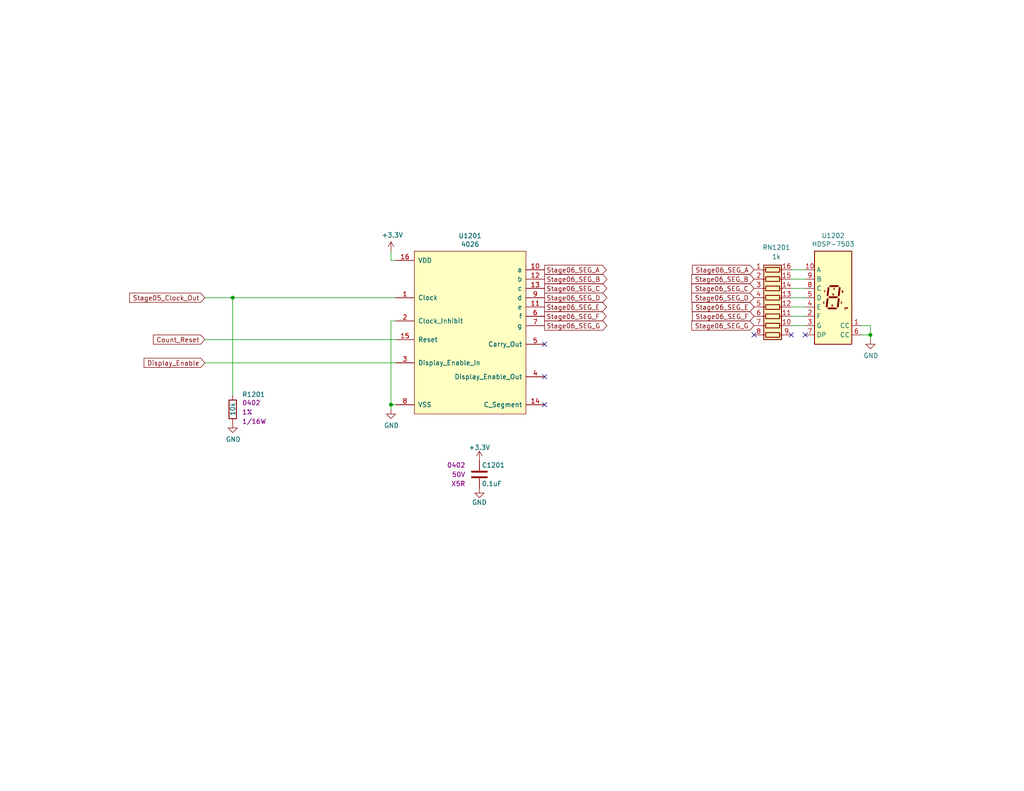
<source format=kicad_sch>
(kicad_sch (version 20231120) (generator "eeschema") (generator_version "8.0")
  (paper "A")
  (title_block (title "Stopwatch") (date "2024-04-28") (rev "B") (company "Drew Maatman"))
  (lib_symbols
    (symbol "Custom_Library:4026" (pin_names (offset 1.016))
      (property "Reference" "U" (at 30.48 -43.18 0))
      (property "Value" "4026" (at 20.32 3.81 0))
      (symbol "4026_0_1"
        (rectangle (start 5.08 2.54) (end 35.56 -41.91) (fill (type background)))
      )
      (symbol "4026_1_1"
        (pin input line (at 0 -10.16 0) (length 5.08) (name "Clock") (number "1"))
        (pin output line (at 40.64 -2.54 180) (length 5.08) (name "a") (number "10"))
        (pin output line (at 40.64 -12.7 180) (length 5.08) (name "e") (number "11"))
        (pin output line (at 40.64 -5.08 180) (length 5.08) (name "b") (number "12"))
        (pin output line (at 40.64 -7.62 180) (length 5.08) (name "c") (number "13"))
        (pin output line (at 40.64 -39.37 180) (length 5.08) (name "C_Segment") (number "14"))
        (pin input line (at 0 -21.59 0) (length 5.08) (name "Reset") (number "15"))
        (pin power_in line (at 0 0 0) (length 5.08) (name "VDD") (number "16"))
        (pin input line (at 0 -16.51 0) (length 5.08) (name "Clock_Inhibit") (number "2"))
        (pin input line (at 0 -27.94 0) (length 5.08) (name "Display_Enable_In") (number "3"))
        (pin output line (at 40.64 -31.75 180) (length 5.08) (name "Display_Enable_Out") (number "4"))
        (pin output line (at 40.64 -22.86 180) (length 5.08) (name "Carry_Out") (number "5"))
        (pin output line (at 40.64 -15.24 180) (length 5.08) (name "f") (number "6"))
        (pin output line (at 40.64 -17.78 180) (length 5.08) (name "g") (number "7"))
        (pin power_in line (at 0 -39.37 0) (length 5.08) (name "VSS") (number "8"))
        (pin output line (at 40.64 -10.16 180) (length 5.08) (name "d") (number "9"))
      )
    )
    (symbol "Custom_Library:C_Custom" (pin_numbers hide) (pin_names (offset 0.254))
      (property "Reference" "C" (at 0.635 2.54 0))
      (property "Value" "C_Custom" (at 0.635 -2.54 0))
      (property "display_footprint" "Foot" (at -3.81 2.54 0))
      (property "Voltage" "V" (at -3.81 0 0))
      (property "Dielectric" "Er" (at -3.81 -2.54 0))
      (symbol "C_Custom_0_1"
        (polyline (pts (xy -2.032 -0.762) (xy 2.032 -0.762)) (stroke (width 0.508)))
        (polyline (pts (xy -2.032 0.762) (xy 2.032 0.762)) (stroke (width 0.508)))
      )
      (symbol "C_Custom_1_1"
        (pin passive line (at 0 3.81 270) (length 2.794) (name "~") (number "1"))
        (pin passive line (at 0 -3.81 90) (length 2.794) (name "~") (number "2"))
      )
    )
    (symbol "Custom_Library:R_Custom" (pin_numbers hide) (pin_names (offset 1.016) hide)
      (property "Reference" "R" (at -2.54 0 90))
      (property "Value" "R_Custom" (at 0 0 90))
      (property "display_footprint" "Foot" (at 2.54 0 90))
      (property "Tolerance" "Tol" (at 5.08 0 90))
      (property "Wattage" "W" (at 7.62 0 90))
      (symbol "R_Custom_0_1"
        (rectangle (start 1.016 2.54) (end -1.016 -2.54) (stroke (width 0.254)))
      )
      (symbol "R_Custom_1_1"
        (pin passive line (at 0 3.81 270) (length 1.27) (name "1") (number "1"))
        (pin passive line (at 0 -3.81 90) (length 1.27) (name "2") (number "2"))
      )
    )
    (symbol "Device:R_Pack08" (pin_names (offset 0) hide)
      (property "Reference" "RN" (at -12.7 0 90))
      (property "Value" "R_Pack08" (at 10.16 0 90))
      (symbol "R_Pack08_0_1"
        (rectangle (start -11.43 -2.413) (end 8.89 2.413) (stroke (width 0.254)) (fill (type background)))
        (rectangle (start -10.795 1.905) (end -9.525 -1.905) (stroke (width 0.254)))
        (rectangle (start -8.255 1.905) (end -6.985 -1.905) (stroke (width 0.254)))
        (rectangle (start -5.715 1.905) (end -4.445 -1.905) (stroke (width 0.254)))
        (rectangle (start -3.175 1.905) (end -1.905 -1.905) (stroke (width 0.254)))
        (rectangle (start -0.635 1.905) (end 0.635 -1.905) (stroke (width 0.254)))
        (polyline (pts (xy -10.16 -2.54) (xy -10.16 -1.905)))
        (polyline (pts (xy -10.16 1.905) (xy -10.16 2.54)))
        (polyline (pts (xy -7.62 -2.54) (xy -7.62 -1.905)))
        (polyline (pts (xy -7.62 1.905) (xy -7.62 2.54)))
        (polyline (pts (xy -5.08 -2.54) (xy -5.08 -1.905)))
        (polyline (pts (xy -5.08 1.905) (xy -5.08 2.54)))
        (polyline (pts (xy -2.54 -2.54) (xy -2.54 -1.905)))
        (polyline (pts (xy -2.54 1.905) (xy -2.54 2.54)))
        (polyline (pts (xy 0 -2.54) (xy 0 -1.905)))
        (polyline (pts (xy 0 1.905) (xy 0 2.54)))
        (polyline (pts (xy 2.54 -2.54) (xy 2.54 -1.905)))
        (polyline (pts (xy 2.54 1.905) (xy 2.54 2.54)))
        (polyline (pts (xy 5.08 -2.54) (xy 5.08 -1.905)))
        (polyline (pts (xy 5.08 1.905) (xy 5.08 2.54)))
        (polyline (pts (xy 7.62 -2.54) (xy 7.62 -1.905)))
        (polyline (pts (xy 7.62 1.905) (xy 7.62 2.54)))
        (rectangle (start 1.905 1.905) (end 3.175 -1.905) (stroke (width 0.254)))
        (rectangle (start 4.445 1.905) (end 5.715 -1.905) (stroke (width 0.254)))
        (rectangle (start 6.985 1.905) (end 8.255 -1.905) (stroke (width 0.254)))
      )
      (symbol "R_Pack08_1_1"
        (pin passive line (at -10.16 -5.08 90) (length 2.54) (name "R1.1") (number "1"))
        (pin passive line (at 5.08 5.08 270) (length 2.54) (name "R7.2") (number "10"))
        (pin passive line (at 2.54 5.08 270) (length 2.54) (name "R6.2") (number "11"))
        (pin passive line (at 0 5.08 270) (length 2.54) (name "R5.2") (number "12"))
        (pin passive line (at -2.54 5.08 270) (length 2.54) (name "R4.2") (number "13"))
        (pin passive line (at -5.08 5.08 270) (length 2.54) (name "R3.2") (number "14"))
        (pin passive line (at -7.62 5.08 270) (length 2.54) (name "R2.2") (number "15"))
        (pin passive line (at -10.16 5.08 270) (length 2.54) (name "R1.2") (number "16"))
        (pin passive line (at -7.62 -5.08 90) (length 2.54) (name "R2.1") (number "2"))
        (pin passive line (at -5.08 -5.08 90) (length 2.54) (name "R3.1") (number "3"))
        (pin passive line (at -2.54 -5.08 90) (length 2.54) (name "R4.1") (number "4"))
        (pin passive line (at 0 -5.08 90) (length 2.54) (name "R5.1") (number "5"))
        (pin passive line (at 2.54 -5.08 90) (length 2.54) (name "R6.1") (number "6"))
        (pin passive line (at 5.08 -5.08 90) (length 2.54) (name "R7.1") (number "7"))
        (pin passive line (at 7.62 -5.08 90) (length 2.54) (name "R8.1") (number "8"))
        (pin passive line (at 7.62 5.08 270) (length 2.54) (name "R8.2") (number "9"))
      )
    )
    (symbol "Display_Character:HDSP-7503"
      (property "Reference" "U" (at -3.81 13.97 0))
      (property "Value" "HDSP-7503" (at 6.35 13.97 0))
      (symbol "HDSP-7503_1_0"
        (text "A" (at 0.254 2.413 0) (effects (font (size 0.508 0.508))))
        (text "B" (at 2.54 1.651 0) (effects (font (size 0.508 0.508))))
        (text "C" (at 2.286 -1.397 0) (effects (font (size 0.508 0.508))))
        (text "D" (at -0.254 -2.159 0) (effects (font (size 0.508 0.508))))
        (text "DP" (at 3.556 -2.921 0) (effects (font (size 0.508 0.508))))
        (text "E" (at -2.54 -1.397 0) (effects (font (size 0.508 0.508))))
        (text "F" (at -2.286 1.651 0) (effects (font (size 0.508 0.508))))
        (text "G" (at 0 0.889 0) (effects (font (size 0.508 0.508))))
      )
      (symbol "HDSP-7503_1_1"
        (rectangle (start -5.08 12.7) (end 5.08 -12.7) (stroke (width 0.254)) (fill (type background)))
        (polyline (pts (xy -1.524 -0.381) (xy -1.778 -2.413)) (stroke (width 0.508)))
        (polyline (pts (xy -1.27 -2.921) (xy 0.762 -2.921)) (stroke (width 0.508)))
        (polyline (pts (xy -1.27 2.667) (xy -1.524 0.635)) (stroke (width 0.508)))
        (polyline (pts (xy -1.016 0.127) (xy 1.016 0.127)) (stroke (width 0.508)))
        (polyline (pts (xy -0.762 3.175) (xy 1.27 3.175)) (stroke (width 0.508)))
        (polyline (pts (xy 1.524 -0.381) (xy 1.27 -2.413)) (stroke (width 0.508)))
        (polyline (pts (xy 1.778 2.667) (xy 1.524 0.635)) (stroke (width 0.508)))
        (polyline (pts (xy 2.54 -2.921) (xy 2.54 -2.921)) (stroke (width 0.508)))
        (pin input line (at 7.62 -7.62 180) (length 2.54) (name "CC") (number "1"))
        (pin input line (at -7.62 7.62 0) (length 2.54) (name "A") (number "10"))
        (pin input line (at -7.62 -5.08 0) (length 2.54) (name "F") (number "2"))
        (pin input line (at -7.62 -7.62 0) (length 2.54) (name "G") (number "3"))
        (pin input line (at -7.62 -2.54 0) (length 2.54) (name "E") (number "4"))
        (pin input line (at -7.62 0 0) (length 2.54) (name "D") (number "5"))
        (pin input line (at 7.62 -10.16 180) (length 2.54) (name "CC") (number "6"))
        (pin input line (at -7.62 -10.16 0) (length 2.54) (name "DP") (number "7"))
        (pin input line (at -7.62 2.54 0) (length 2.54) (name "C") (number "8"))
        (pin input line (at -7.62 5.08 0) (length 2.54) (name "B") (number "9"))
      )
    )
    (symbol "power:+3.3V" (power) (pin_names (offset 0))
      (property "Value" "+3.3V" (at 0 3.556 0))
      (symbol "+3.3V_0_1"
        (polyline (pts (xy -0.762 1.27) (xy 0 2.54)))
        (polyline (pts (xy 0 0) (xy 0 2.54)))
        (polyline (pts (xy 0 2.54) (xy 0.762 1.27)))
      )
      (symbol "+3.3V_1_1"
        (pin power_in line (at 0 0 90) (length 0) hide (name "+3.3V") (number "1"))
      )
    )
    (symbol "power:GND" (power) (pin_names (offset 0))
      (property "Value" "GND" (at 0 -3.81 0))
      (symbol "GND_0_1"
        (polyline (pts (xy 0 0) (xy 0 -1.27) (xy 1.27 -1.27) (xy 0 -2.54) (xy -1.27 -1.27) (xy 0 -1.27)))
      )
      (symbol "GND_1_1"
        (pin power_in line (at 0 0 270) (length 0) hide (name "GND") (number "1"))
      )
    )
  )
  (junction (at 63.5 81.28))
  (junction (at 237.49 91.44))
  (junction (at 106.68 110.49))
  (no_connect (at 215.9 91.44))
  (no_connect (at 219.71 91.44))
  (no_connect (at 148.59 102.87))
  (no_connect (at 148.59 110.49))
  (no_connect (at 205.74 91.44))
  (no_connect (at 148.59 93.98))
  (wire (pts (xy 215.9 78.74) (xy 219.71 78.74)))
  (wire (pts (xy 215.9 81.28) (xy 219.71 81.28)))
  (wire (pts (xy 237.49 92.71) (xy 237.49 91.44)))
  (wire (pts (xy 237.49 88.9) (xy 234.95 88.9)))
  (wire (pts (xy 106.68 71.12) (xy 107.95 71.12)))
  (wire (pts (xy 106.68 110.49) (xy 107.95 110.49)))
  (wire (pts (xy 215.9 88.9) (xy 219.71 88.9)))
  (wire (pts (xy 215.9 73.66) (xy 219.71 73.66)))
  (wire (pts (xy 55.88 92.71) (xy 107.95 92.71)))
  (wire (pts (xy 55.88 81.28) (xy 63.5 81.28)))
  (wire (pts (xy 234.95 91.44) (xy 237.49 91.44)))
  (wire (pts (xy 215.9 86.36) (xy 219.71 86.36)))
  (wire (pts (xy 107.95 81.28) (xy 63.5 81.28)))
  (wire (pts (xy 106.68 111.76) (xy 106.68 110.49)))
  (wire (pts (xy 106.68 87.63) (xy 106.68 110.49)))
  (wire (pts (xy 215.9 83.82) (xy 219.71 83.82)))
  (wire (pts (xy 107.95 87.63) (xy 106.68 87.63)))
  (wire (pts (xy 55.88 99.06) (xy 107.95 99.06)))
  (wire (pts (xy 106.68 68.58) (xy 106.68 71.12)))
  (wire (pts (xy 215.9 76.2) (xy 219.71 76.2)))
  (wire (pts (xy 237.49 91.44) (xy 237.49 88.9)))
  (wire (pts (xy 63.5 81.28) (xy 63.5 107.95)))
  (global_label "Stage06_SEG_E" (shape output) (at 148.59 83.82 0) (property "Intersheetrefs" "${INTERSHEET_REFS}" (effects (hide yes))))
  (global_label "Display_Enable" (shape input) (at 55.88 99.06 180) (property "Intersheetrefs" "${INTERSHEET_REFS}" (effects (hide yes))))
  (global_label "Stage06_SEG_A" (shape input) (at 205.74 73.66 180) (property "Intersheetrefs" "${INTERSHEET_REFS}" (effects (hide yes))))
  (global_label "Stage06_SEG_B" (shape input) (at 205.74 76.2 180) (property "Intersheetrefs" "${INTERSHEET_REFS}" (effects (hide yes))))
  (global_label "Stage06_SEG_C" (shape output) (at 148.59 78.74 0) (property "Intersheetrefs" "${INTERSHEET_REFS}" (effects (hide yes))))
  (global_label "Stage05_Clock_Out" (shape input) (at 55.88 81.28 180) (property "Intersheetrefs" "${INTERSHEET_REFS}" (effects (hide yes))))
  (global_label "Stage06_SEG_F" (shape output) (at 148.59 86.36 0) (property "Intersheetrefs" "${INTERSHEET_REFS}" (effects (hide yes))))
  (global_label "Stage06_SEG_A" (shape output) (at 148.59 73.66 0) (property "Intersheetrefs" "${INTERSHEET_REFS}" (effects (hide yes))))
  (global_label "Stage06_SEG_G" (shape input) (at 205.74 88.9 180) (property "Intersheetrefs" "${INTERSHEET_REFS}" (effects (hide yes))))
  (global_label "Stage06_SEG_D" (shape output) (at 148.59 81.28 0) (property "Intersheetrefs" "${INTERSHEET_REFS}" (effects (hide yes))))
  (global_label "Count_Reset" (shape input) (at 55.88 92.71 180) (property "Intersheetrefs" "${INTERSHEET_REFS}" (effects (hide yes))))
  (global_label "Stage06_SEG_B" (shape output) (at 148.59 76.2 0) (property "Intersheetrefs" "${INTERSHEET_REFS}" (effects (hide yes))))
  (global_label "Stage06_SEG_E" (shape input) (at 205.74 83.82 180) (property "Intersheetrefs" "${INTERSHEET_REFS}" (effects (hide yes))))
  (global_label "Stage06_SEG_C" (shape input) (at 205.74 78.74 180) (property "Intersheetrefs" "${INTERSHEET_REFS}" (effects (hide yes))))
  (global_label "Stage06_SEG_G" (shape output) (at 148.59 88.9 0) (property "Intersheetrefs" "${INTERSHEET_REFS}" (effects (hide yes))))
  (global_label "Stage06_SEG_F" (shape input) (at 205.74 86.36 180) (property "Intersheetrefs" "${INTERSHEET_REFS}" (effects (hide yes))))
  (global_label "Stage06_SEG_D" (shape input) (at 205.74 81.28 180) (property "Intersheetrefs" "${INTERSHEET_REFS}" (effects (hide yes))))
  (symbol (lib_id "Device:R_Pack08") (at 210.82 83.82 270) (unit 1)
    (property "Reference" "RN1201" (at 211.836 67.564 90))
    (property "Value" "1k" (at 211.836 70.104 90))
    (property "Footprint" "Resistor_SMD:R_Cat16-8" (effects (hide yes)))
    (property "Digi-Key PN" "CAT16-102J8LFCT-ND" (effects (hide yes)))
  )
  (symbol (lib_id "Custom_Library:C_Custom") (at 130.81 129.54 0) (unit 1)
    (property "Reference" "C1201" (at 131.445 127 0) (effects (justify left)))
    (property "Value" "0.1uF" (at 131.445 132.08 0) (effects (justify left)))
    (property "Footprint" "Capacitors_SMD:C_0402" (effects (hide yes)))
    (property "display_footprint" "0402" (at 127 127 0) (effects (justify right)))
    (property "Voltage" "50V" (at 127 129.54 0) (effects (justify right)))
    (property "Dielectric" "X5R" (at 127 132.08 0) (effects (justify right)))
    (property "Digi-Key PN" "490-10697-1-ND" (effects (hide yes)))
  )
  (symbol (lib_id "power:GND") (at 63.5 115.57 0) (unit 1)
    (property "Reference" "#PWR01201" (effects (hide yes)))
    (property "Value" "GND" (at 63.627 119.9642 0))
  )
  (symbol (lib_id "power:GND") (at 237.49 92.71 0) (unit 1)
    (property "Reference" "#PWR01206" (effects (hide yes)))
    (property "Value" "GND" (at 237.617 97.1042 0))
  )
  (symbol (lib_id "Custom_Library:R_Custom") (at 63.5 111.76 0) (unit 1)
    (property "Reference" "R1201" (at 66.04 107.696 0) (effects (justify left)))
    (property "Value" "10k" (at 63.5 113.538 90) (effects (justify left)))
    (property "Footprint" "Resistors_SMD:R_0402" (effects (hide yes)))
    (property "display_footprint" "0402" (at 66.04 109.982 0) (effects (justify left)))
    (property "Tolerance" "1%" (at 66.04 112.522 0) (effects (justify left)))
    (property "Wattage" "1/16W" (at 66.04 115.062 0) (effects (justify left)))
    (property "Digi-Key PN" "RMCF0402FT10K0CT-ND" (effects (hide yes)))
  )
  (symbol (lib_id "power:+3.3V") (at 130.81 125.73 0) (unit 1)
    (property "Reference" "#PWR01204" (effects (hide yes)))
    (property "Value" "+3.3V" (at 130.81 122.174 0))
  )
  (symbol (lib_id "power:+3.3V") (at 106.68 68.58 0) (unit 1)
    (property "Reference" "#PWR01202" (effects (hide yes)))
    (property "Value" "+3.3V" (at 107.061 64.1858 0))
  )
  (symbol (lib_id "power:GND") (at 130.81 133.35 0) (unit 1)
    (property "Reference" "#PWR01205" (effects (hide yes)))
    (property "Value" "GND" (at 130.81 137.16 0))
  )
  (symbol (lib_id "power:GND") (at 106.68 111.76 0) (unit 1)
    (property "Reference" "#PWR01203" (effects (hide yes)))
    (property "Value" "GND" (at 106.807 116.1542 0))
  )
  (symbol (lib_id "Display_Character:HDSP-7503") (at 227.33 81.28 0) (unit 1)
    (property "Reference" "U1202" (at 227.33 64.3382 0))
    (property "Value" "HDSP-7503" (at 227.33 66.6496 0))
    (property "Footprint" "Display_7Segment:HDSP-A151" (effects (hide yes)))
    (property "Datasheet" "https://docs.broadcom.com/docs/AV02-2553EN" (effects (hide yes)))
    (property "Digi-Key PN" "516-1203-5-ND" (effects (hide yes)))
  )
  (symbol (lib_id "Custom_Library:4026") (at 107.95 71.12 0) (unit 1)
    (property "Reference" "U1201" (at 128.27 64.389 0))
    (property "Value" "4026" (at 128.27 66.7004 0))
    (property "Footprint" "Housings_SSOP:TSSOP-16_4.4x5mm_Pitch0.65mm" (effects (hide yes)))
    (property "Digi-Key PN" "296-32878-5-ND" (effects (hide yes)))
  )
)
</source>
